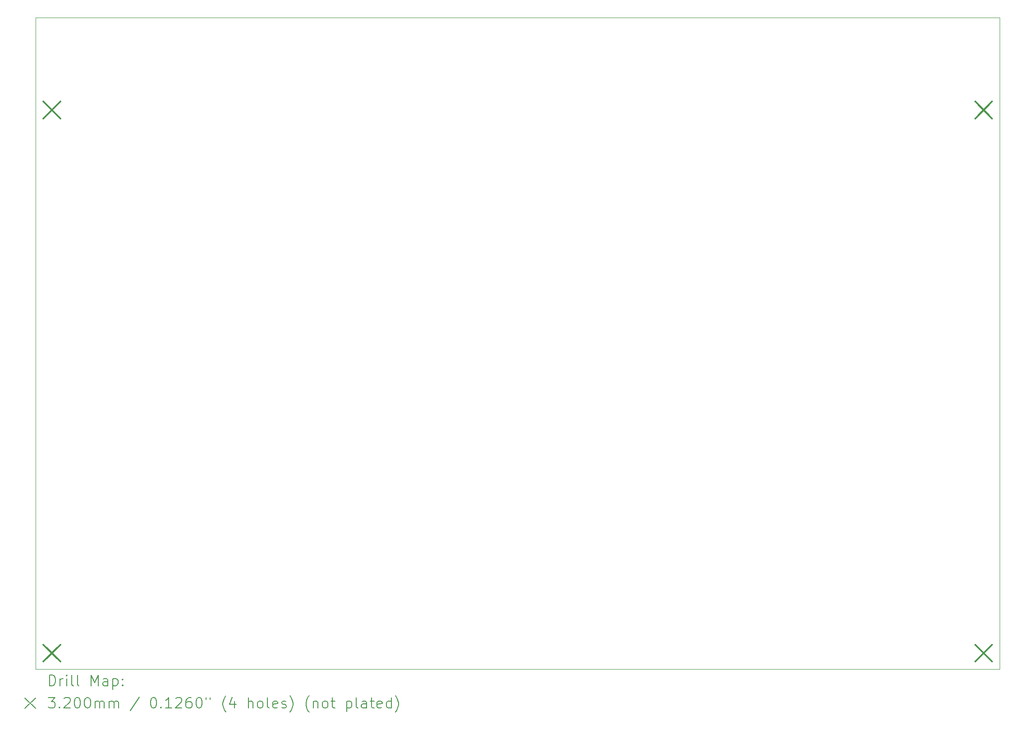
<source format=gbr>
%TF.GenerationSoftware,KiCad,Pcbnew,8.0.9*%
%TF.CreationDate,2025-09-12T11:02:16+02:00*%
%TF.ProjectId,iot_weatherstation_full_vcut,696f745f-7765-4617-9468-657273746174,rev?*%
%TF.SameCoordinates,Original*%
%TF.FileFunction,Drillmap*%
%TF.FilePolarity,Positive*%
%FSLAX45Y45*%
G04 Gerber Fmt 4.5, Leading zero omitted, Abs format (unit mm)*
G04 Created by KiCad (PCBNEW 8.0.9) date 2025-09-12 11:02:16*
%MOMM*%
%LPD*%
G01*
G04 APERTURE LIST*
%ADD10C,0.050000*%
%ADD11C,0.200000*%
%ADD12C,0.320000*%
G04 APERTURE END LIST*
D10*
X12931140Y-22804040D02*
X31031140Y-22804040D01*
X31031438Y-10573774D02*
X12931438Y-10573774D01*
X31031140Y-22804040D02*
X31031438Y-10573774D01*
X12931438Y-10573774D02*
X12931140Y-22804040D01*
D11*
D12*
X13071000Y-12147000D02*
X13391000Y-12467000D01*
X13391000Y-12147000D02*
X13071000Y-12467000D01*
X13071000Y-22347000D02*
X13391000Y-22667000D01*
X13391000Y-22347000D02*
X13071000Y-22667000D01*
X30571000Y-12147000D02*
X30891000Y-12467000D01*
X30891000Y-12147000D02*
X30571000Y-12467000D01*
X30571000Y-22347000D02*
X30891000Y-22667000D01*
X30891000Y-22347000D02*
X30571000Y-22667000D01*
D11*
X13189417Y-23118024D02*
X13189417Y-22918024D01*
X13189417Y-22918024D02*
X13237036Y-22918024D01*
X13237036Y-22918024D02*
X13265607Y-22927548D01*
X13265607Y-22927548D02*
X13284655Y-22946595D01*
X13284655Y-22946595D02*
X13294179Y-22965643D01*
X13294179Y-22965643D02*
X13303702Y-23003738D01*
X13303702Y-23003738D02*
X13303702Y-23032309D01*
X13303702Y-23032309D02*
X13294179Y-23070405D01*
X13294179Y-23070405D02*
X13284655Y-23089452D01*
X13284655Y-23089452D02*
X13265607Y-23108500D01*
X13265607Y-23108500D02*
X13237036Y-23118024D01*
X13237036Y-23118024D02*
X13189417Y-23118024D01*
X13389417Y-23118024D02*
X13389417Y-22984690D01*
X13389417Y-23022786D02*
X13398941Y-23003738D01*
X13398941Y-23003738D02*
X13408464Y-22994214D01*
X13408464Y-22994214D02*
X13427512Y-22984690D01*
X13427512Y-22984690D02*
X13446560Y-22984690D01*
X13513226Y-23118024D02*
X13513226Y-22984690D01*
X13513226Y-22918024D02*
X13503702Y-22927548D01*
X13503702Y-22927548D02*
X13513226Y-22937071D01*
X13513226Y-22937071D02*
X13522750Y-22927548D01*
X13522750Y-22927548D02*
X13513226Y-22918024D01*
X13513226Y-22918024D02*
X13513226Y-22937071D01*
X13637036Y-23118024D02*
X13617988Y-23108500D01*
X13617988Y-23108500D02*
X13608464Y-23089452D01*
X13608464Y-23089452D02*
X13608464Y-22918024D01*
X13741798Y-23118024D02*
X13722750Y-23108500D01*
X13722750Y-23108500D02*
X13713226Y-23089452D01*
X13713226Y-23089452D02*
X13713226Y-22918024D01*
X13970369Y-23118024D02*
X13970369Y-22918024D01*
X13970369Y-22918024D02*
X14037036Y-23060881D01*
X14037036Y-23060881D02*
X14103702Y-22918024D01*
X14103702Y-22918024D02*
X14103702Y-23118024D01*
X14284655Y-23118024D02*
X14284655Y-23013262D01*
X14284655Y-23013262D02*
X14275131Y-22994214D01*
X14275131Y-22994214D02*
X14256083Y-22984690D01*
X14256083Y-22984690D02*
X14217988Y-22984690D01*
X14217988Y-22984690D02*
X14198941Y-22994214D01*
X14284655Y-23108500D02*
X14265607Y-23118024D01*
X14265607Y-23118024D02*
X14217988Y-23118024D01*
X14217988Y-23118024D02*
X14198941Y-23108500D01*
X14198941Y-23108500D02*
X14189417Y-23089452D01*
X14189417Y-23089452D02*
X14189417Y-23070405D01*
X14189417Y-23070405D02*
X14198941Y-23051357D01*
X14198941Y-23051357D02*
X14217988Y-23041833D01*
X14217988Y-23041833D02*
X14265607Y-23041833D01*
X14265607Y-23041833D02*
X14284655Y-23032309D01*
X14379893Y-22984690D02*
X14379893Y-23184690D01*
X14379893Y-22994214D02*
X14398941Y-22984690D01*
X14398941Y-22984690D02*
X14437036Y-22984690D01*
X14437036Y-22984690D02*
X14456083Y-22994214D01*
X14456083Y-22994214D02*
X14465607Y-23003738D01*
X14465607Y-23003738D02*
X14475131Y-23022786D01*
X14475131Y-23022786D02*
X14475131Y-23079928D01*
X14475131Y-23079928D02*
X14465607Y-23098976D01*
X14465607Y-23098976D02*
X14456083Y-23108500D01*
X14456083Y-23108500D02*
X14437036Y-23118024D01*
X14437036Y-23118024D02*
X14398941Y-23118024D01*
X14398941Y-23118024D02*
X14379893Y-23108500D01*
X14560845Y-23098976D02*
X14570369Y-23108500D01*
X14570369Y-23108500D02*
X14560845Y-23118024D01*
X14560845Y-23118024D02*
X14551322Y-23108500D01*
X14551322Y-23108500D02*
X14560845Y-23098976D01*
X14560845Y-23098976D02*
X14560845Y-23118024D01*
X14560845Y-22994214D02*
X14570369Y-23003738D01*
X14570369Y-23003738D02*
X14560845Y-23013262D01*
X14560845Y-23013262D02*
X14551322Y-23003738D01*
X14551322Y-23003738D02*
X14560845Y-22994214D01*
X14560845Y-22994214D02*
X14560845Y-23013262D01*
X12728640Y-23346540D02*
X12928640Y-23546540D01*
X12928640Y-23346540D02*
X12728640Y-23546540D01*
X13170369Y-23338024D02*
X13294179Y-23338024D01*
X13294179Y-23338024D02*
X13227512Y-23414214D01*
X13227512Y-23414214D02*
X13256083Y-23414214D01*
X13256083Y-23414214D02*
X13275131Y-23423738D01*
X13275131Y-23423738D02*
X13284655Y-23433262D01*
X13284655Y-23433262D02*
X13294179Y-23452309D01*
X13294179Y-23452309D02*
X13294179Y-23499928D01*
X13294179Y-23499928D02*
X13284655Y-23518976D01*
X13284655Y-23518976D02*
X13275131Y-23528500D01*
X13275131Y-23528500D02*
X13256083Y-23538024D01*
X13256083Y-23538024D02*
X13198941Y-23538024D01*
X13198941Y-23538024D02*
X13179893Y-23528500D01*
X13179893Y-23528500D02*
X13170369Y-23518976D01*
X13379893Y-23518976D02*
X13389417Y-23528500D01*
X13389417Y-23528500D02*
X13379893Y-23538024D01*
X13379893Y-23538024D02*
X13370369Y-23528500D01*
X13370369Y-23528500D02*
X13379893Y-23518976D01*
X13379893Y-23518976D02*
X13379893Y-23538024D01*
X13465607Y-23357071D02*
X13475131Y-23347548D01*
X13475131Y-23347548D02*
X13494179Y-23338024D01*
X13494179Y-23338024D02*
X13541798Y-23338024D01*
X13541798Y-23338024D02*
X13560845Y-23347548D01*
X13560845Y-23347548D02*
X13570369Y-23357071D01*
X13570369Y-23357071D02*
X13579893Y-23376119D01*
X13579893Y-23376119D02*
X13579893Y-23395167D01*
X13579893Y-23395167D02*
X13570369Y-23423738D01*
X13570369Y-23423738D02*
X13456083Y-23538024D01*
X13456083Y-23538024D02*
X13579893Y-23538024D01*
X13703702Y-23338024D02*
X13722750Y-23338024D01*
X13722750Y-23338024D02*
X13741798Y-23347548D01*
X13741798Y-23347548D02*
X13751322Y-23357071D01*
X13751322Y-23357071D02*
X13760845Y-23376119D01*
X13760845Y-23376119D02*
X13770369Y-23414214D01*
X13770369Y-23414214D02*
X13770369Y-23461833D01*
X13770369Y-23461833D02*
X13760845Y-23499928D01*
X13760845Y-23499928D02*
X13751322Y-23518976D01*
X13751322Y-23518976D02*
X13741798Y-23528500D01*
X13741798Y-23528500D02*
X13722750Y-23538024D01*
X13722750Y-23538024D02*
X13703702Y-23538024D01*
X13703702Y-23538024D02*
X13684655Y-23528500D01*
X13684655Y-23528500D02*
X13675131Y-23518976D01*
X13675131Y-23518976D02*
X13665607Y-23499928D01*
X13665607Y-23499928D02*
X13656083Y-23461833D01*
X13656083Y-23461833D02*
X13656083Y-23414214D01*
X13656083Y-23414214D02*
X13665607Y-23376119D01*
X13665607Y-23376119D02*
X13675131Y-23357071D01*
X13675131Y-23357071D02*
X13684655Y-23347548D01*
X13684655Y-23347548D02*
X13703702Y-23338024D01*
X13894179Y-23338024D02*
X13913226Y-23338024D01*
X13913226Y-23338024D02*
X13932274Y-23347548D01*
X13932274Y-23347548D02*
X13941798Y-23357071D01*
X13941798Y-23357071D02*
X13951322Y-23376119D01*
X13951322Y-23376119D02*
X13960845Y-23414214D01*
X13960845Y-23414214D02*
X13960845Y-23461833D01*
X13960845Y-23461833D02*
X13951322Y-23499928D01*
X13951322Y-23499928D02*
X13941798Y-23518976D01*
X13941798Y-23518976D02*
X13932274Y-23528500D01*
X13932274Y-23528500D02*
X13913226Y-23538024D01*
X13913226Y-23538024D02*
X13894179Y-23538024D01*
X13894179Y-23538024D02*
X13875131Y-23528500D01*
X13875131Y-23528500D02*
X13865607Y-23518976D01*
X13865607Y-23518976D02*
X13856083Y-23499928D01*
X13856083Y-23499928D02*
X13846560Y-23461833D01*
X13846560Y-23461833D02*
X13846560Y-23414214D01*
X13846560Y-23414214D02*
X13856083Y-23376119D01*
X13856083Y-23376119D02*
X13865607Y-23357071D01*
X13865607Y-23357071D02*
X13875131Y-23347548D01*
X13875131Y-23347548D02*
X13894179Y-23338024D01*
X14046560Y-23538024D02*
X14046560Y-23404690D01*
X14046560Y-23423738D02*
X14056083Y-23414214D01*
X14056083Y-23414214D02*
X14075131Y-23404690D01*
X14075131Y-23404690D02*
X14103703Y-23404690D01*
X14103703Y-23404690D02*
X14122750Y-23414214D01*
X14122750Y-23414214D02*
X14132274Y-23433262D01*
X14132274Y-23433262D02*
X14132274Y-23538024D01*
X14132274Y-23433262D02*
X14141798Y-23414214D01*
X14141798Y-23414214D02*
X14160845Y-23404690D01*
X14160845Y-23404690D02*
X14189417Y-23404690D01*
X14189417Y-23404690D02*
X14208464Y-23414214D01*
X14208464Y-23414214D02*
X14217988Y-23433262D01*
X14217988Y-23433262D02*
X14217988Y-23538024D01*
X14313226Y-23538024D02*
X14313226Y-23404690D01*
X14313226Y-23423738D02*
X14322750Y-23414214D01*
X14322750Y-23414214D02*
X14341798Y-23404690D01*
X14341798Y-23404690D02*
X14370369Y-23404690D01*
X14370369Y-23404690D02*
X14389417Y-23414214D01*
X14389417Y-23414214D02*
X14398941Y-23433262D01*
X14398941Y-23433262D02*
X14398941Y-23538024D01*
X14398941Y-23433262D02*
X14408464Y-23414214D01*
X14408464Y-23414214D02*
X14427512Y-23404690D01*
X14427512Y-23404690D02*
X14456083Y-23404690D01*
X14456083Y-23404690D02*
X14475131Y-23414214D01*
X14475131Y-23414214D02*
X14484655Y-23433262D01*
X14484655Y-23433262D02*
X14484655Y-23538024D01*
X14875131Y-23328500D02*
X14703703Y-23585643D01*
X15132274Y-23338024D02*
X15151322Y-23338024D01*
X15151322Y-23338024D02*
X15170369Y-23347548D01*
X15170369Y-23347548D02*
X15179893Y-23357071D01*
X15179893Y-23357071D02*
X15189417Y-23376119D01*
X15189417Y-23376119D02*
X15198941Y-23414214D01*
X15198941Y-23414214D02*
X15198941Y-23461833D01*
X15198941Y-23461833D02*
X15189417Y-23499928D01*
X15189417Y-23499928D02*
X15179893Y-23518976D01*
X15179893Y-23518976D02*
X15170369Y-23528500D01*
X15170369Y-23528500D02*
X15151322Y-23538024D01*
X15151322Y-23538024D02*
X15132274Y-23538024D01*
X15132274Y-23538024D02*
X15113226Y-23528500D01*
X15113226Y-23528500D02*
X15103703Y-23518976D01*
X15103703Y-23518976D02*
X15094179Y-23499928D01*
X15094179Y-23499928D02*
X15084655Y-23461833D01*
X15084655Y-23461833D02*
X15084655Y-23414214D01*
X15084655Y-23414214D02*
X15094179Y-23376119D01*
X15094179Y-23376119D02*
X15103703Y-23357071D01*
X15103703Y-23357071D02*
X15113226Y-23347548D01*
X15113226Y-23347548D02*
X15132274Y-23338024D01*
X15284655Y-23518976D02*
X15294179Y-23528500D01*
X15294179Y-23528500D02*
X15284655Y-23538024D01*
X15284655Y-23538024D02*
X15275131Y-23528500D01*
X15275131Y-23528500D02*
X15284655Y-23518976D01*
X15284655Y-23518976D02*
X15284655Y-23538024D01*
X15484655Y-23538024D02*
X15370369Y-23538024D01*
X15427512Y-23538024D02*
X15427512Y-23338024D01*
X15427512Y-23338024D02*
X15408465Y-23366595D01*
X15408465Y-23366595D02*
X15389417Y-23385643D01*
X15389417Y-23385643D02*
X15370369Y-23395167D01*
X15560846Y-23357071D02*
X15570369Y-23347548D01*
X15570369Y-23347548D02*
X15589417Y-23338024D01*
X15589417Y-23338024D02*
X15637036Y-23338024D01*
X15637036Y-23338024D02*
X15656084Y-23347548D01*
X15656084Y-23347548D02*
X15665607Y-23357071D01*
X15665607Y-23357071D02*
X15675131Y-23376119D01*
X15675131Y-23376119D02*
X15675131Y-23395167D01*
X15675131Y-23395167D02*
X15665607Y-23423738D01*
X15665607Y-23423738D02*
X15551322Y-23538024D01*
X15551322Y-23538024D02*
X15675131Y-23538024D01*
X15846560Y-23338024D02*
X15808465Y-23338024D01*
X15808465Y-23338024D02*
X15789417Y-23347548D01*
X15789417Y-23347548D02*
X15779893Y-23357071D01*
X15779893Y-23357071D02*
X15760846Y-23385643D01*
X15760846Y-23385643D02*
X15751322Y-23423738D01*
X15751322Y-23423738D02*
X15751322Y-23499928D01*
X15751322Y-23499928D02*
X15760846Y-23518976D01*
X15760846Y-23518976D02*
X15770369Y-23528500D01*
X15770369Y-23528500D02*
X15789417Y-23538024D01*
X15789417Y-23538024D02*
X15827512Y-23538024D01*
X15827512Y-23538024D02*
X15846560Y-23528500D01*
X15846560Y-23528500D02*
X15856084Y-23518976D01*
X15856084Y-23518976D02*
X15865607Y-23499928D01*
X15865607Y-23499928D02*
X15865607Y-23452309D01*
X15865607Y-23452309D02*
X15856084Y-23433262D01*
X15856084Y-23433262D02*
X15846560Y-23423738D01*
X15846560Y-23423738D02*
X15827512Y-23414214D01*
X15827512Y-23414214D02*
X15789417Y-23414214D01*
X15789417Y-23414214D02*
X15770369Y-23423738D01*
X15770369Y-23423738D02*
X15760846Y-23433262D01*
X15760846Y-23433262D02*
X15751322Y-23452309D01*
X15989417Y-23338024D02*
X16008465Y-23338024D01*
X16008465Y-23338024D02*
X16027512Y-23347548D01*
X16027512Y-23347548D02*
X16037036Y-23357071D01*
X16037036Y-23357071D02*
X16046560Y-23376119D01*
X16046560Y-23376119D02*
X16056084Y-23414214D01*
X16056084Y-23414214D02*
X16056084Y-23461833D01*
X16056084Y-23461833D02*
X16046560Y-23499928D01*
X16046560Y-23499928D02*
X16037036Y-23518976D01*
X16037036Y-23518976D02*
X16027512Y-23528500D01*
X16027512Y-23528500D02*
X16008465Y-23538024D01*
X16008465Y-23538024D02*
X15989417Y-23538024D01*
X15989417Y-23538024D02*
X15970369Y-23528500D01*
X15970369Y-23528500D02*
X15960846Y-23518976D01*
X15960846Y-23518976D02*
X15951322Y-23499928D01*
X15951322Y-23499928D02*
X15941798Y-23461833D01*
X15941798Y-23461833D02*
X15941798Y-23414214D01*
X15941798Y-23414214D02*
X15951322Y-23376119D01*
X15951322Y-23376119D02*
X15960846Y-23357071D01*
X15960846Y-23357071D02*
X15970369Y-23347548D01*
X15970369Y-23347548D02*
X15989417Y-23338024D01*
X16132274Y-23338024D02*
X16132274Y-23376119D01*
X16208465Y-23338024D02*
X16208465Y-23376119D01*
X16503703Y-23614214D02*
X16494179Y-23604690D01*
X16494179Y-23604690D02*
X16475131Y-23576119D01*
X16475131Y-23576119D02*
X16465608Y-23557071D01*
X16465608Y-23557071D02*
X16456084Y-23528500D01*
X16456084Y-23528500D02*
X16446560Y-23480881D01*
X16446560Y-23480881D02*
X16446560Y-23442786D01*
X16446560Y-23442786D02*
X16456084Y-23395167D01*
X16456084Y-23395167D02*
X16465608Y-23366595D01*
X16465608Y-23366595D02*
X16475131Y-23347548D01*
X16475131Y-23347548D02*
X16494179Y-23318976D01*
X16494179Y-23318976D02*
X16503703Y-23309452D01*
X16665608Y-23404690D02*
X16665608Y-23538024D01*
X16617988Y-23328500D02*
X16570369Y-23471357D01*
X16570369Y-23471357D02*
X16694179Y-23471357D01*
X16922751Y-23538024D02*
X16922751Y-23338024D01*
X17008465Y-23538024D02*
X17008465Y-23433262D01*
X17008465Y-23433262D02*
X16998941Y-23414214D01*
X16998941Y-23414214D02*
X16979893Y-23404690D01*
X16979893Y-23404690D02*
X16951322Y-23404690D01*
X16951322Y-23404690D02*
X16932274Y-23414214D01*
X16932274Y-23414214D02*
X16922751Y-23423738D01*
X17132274Y-23538024D02*
X17113227Y-23528500D01*
X17113227Y-23528500D02*
X17103703Y-23518976D01*
X17103703Y-23518976D02*
X17094179Y-23499928D01*
X17094179Y-23499928D02*
X17094179Y-23442786D01*
X17094179Y-23442786D02*
X17103703Y-23423738D01*
X17103703Y-23423738D02*
X17113227Y-23414214D01*
X17113227Y-23414214D02*
X17132274Y-23404690D01*
X17132274Y-23404690D02*
X17160846Y-23404690D01*
X17160846Y-23404690D02*
X17179893Y-23414214D01*
X17179893Y-23414214D02*
X17189417Y-23423738D01*
X17189417Y-23423738D02*
X17198941Y-23442786D01*
X17198941Y-23442786D02*
X17198941Y-23499928D01*
X17198941Y-23499928D02*
X17189417Y-23518976D01*
X17189417Y-23518976D02*
X17179893Y-23528500D01*
X17179893Y-23528500D02*
X17160846Y-23538024D01*
X17160846Y-23538024D02*
X17132274Y-23538024D01*
X17313227Y-23538024D02*
X17294179Y-23528500D01*
X17294179Y-23528500D02*
X17284655Y-23509452D01*
X17284655Y-23509452D02*
X17284655Y-23338024D01*
X17465608Y-23528500D02*
X17446560Y-23538024D01*
X17446560Y-23538024D02*
X17408465Y-23538024D01*
X17408465Y-23538024D02*
X17389417Y-23528500D01*
X17389417Y-23528500D02*
X17379893Y-23509452D01*
X17379893Y-23509452D02*
X17379893Y-23433262D01*
X17379893Y-23433262D02*
X17389417Y-23414214D01*
X17389417Y-23414214D02*
X17408465Y-23404690D01*
X17408465Y-23404690D02*
X17446560Y-23404690D01*
X17446560Y-23404690D02*
X17465608Y-23414214D01*
X17465608Y-23414214D02*
X17475132Y-23433262D01*
X17475132Y-23433262D02*
X17475132Y-23452309D01*
X17475132Y-23452309D02*
X17379893Y-23471357D01*
X17551322Y-23528500D02*
X17570370Y-23538024D01*
X17570370Y-23538024D02*
X17608465Y-23538024D01*
X17608465Y-23538024D02*
X17627513Y-23528500D01*
X17627513Y-23528500D02*
X17637036Y-23509452D01*
X17637036Y-23509452D02*
X17637036Y-23499928D01*
X17637036Y-23499928D02*
X17627513Y-23480881D01*
X17627513Y-23480881D02*
X17608465Y-23471357D01*
X17608465Y-23471357D02*
X17579893Y-23471357D01*
X17579893Y-23471357D02*
X17560846Y-23461833D01*
X17560846Y-23461833D02*
X17551322Y-23442786D01*
X17551322Y-23442786D02*
X17551322Y-23433262D01*
X17551322Y-23433262D02*
X17560846Y-23414214D01*
X17560846Y-23414214D02*
X17579893Y-23404690D01*
X17579893Y-23404690D02*
X17608465Y-23404690D01*
X17608465Y-23404690D02*
X17627513Y-23414214D01*
X17703703Y-23614214D02*
X17713227Y-23604690D01*
X17713227Y-23604690D02*
X17732274Y-23576119D01*
X17732274Y-23576119D02*
X17741798Y-23557071D01*
X17741798Y-23557071D02*
X17751322Y-23528500D01*
X17751322Y-23528500D02*
X17760846Y-23480881D01*
X17760846Y-23480881D02*
X17760846Y-23442786D01*
X17760846Y-23442786D02*
X17751322Y-23395167D01*
X17751322Y-23395167D02*
X17741798Y-23366595D01*
X17741798Y-23366595D02*
X17732274Y-23347548D01*
X17732274Y-23347548D02*
X17713227Y-23318976D01*
X17713227Y-23318976D02*
X17703703Y-23309452D01*
X18065608Y-23614214D02*
X18056084Y-23604690D01*
X18056084Y-23604690D02*
X18037036Y-23576119D01*
X18037036Y-23576119D02*
X18027513Y-23557071D01*
X18027513Y-23557071D02*
X18017989Y-23528500D01*
X18017989Y-23528500D02*
X18008465Y-23480881D01*
X18008465Y-23480881D02*
X18008465Y-23442786D01*
X18008465Y-23442786D02*
X18017989Y-23395167D01*
X18017989Y-23395167D02*
X18027513Y-23366595D01*
X18027513Y-23366595D02*
X18037036Y-23347548D01*
X18037036Y-23347548D02*
X18056084Y-23318976D01*
X18056084Y-23318976D02*
X18065608Y-23309452D01*
X18141798Y-23404690D02*
X18141798Y-23538024D01*
X18141798Y-23423738D02*
X18151322Y-23414214D01*
X18151322Y-23414214D02*
X18170370Y-23404690D01*
X18170370Y-23404690D02*
X18198941Y-23404690D01*
X18198941Y-23404690D02*
X18217989Y-23414214D01*
X18217989Y-23414214D02*
X18227513Y-23433262D01*
X18227513Y-23433262D02*
X18227513Y-23538024D01*
X18351322Y-23538024D02*
X18332274Y-23528500D01*
X18332274Y-23528500D02*
X18322751Y-23518976D01*
X18322751Y-23518976D02*
X18313227Y-23499928D01*
X18313227Y-23499928D02*
X18313227Y-23442786D01*
X18313227Y-23442786D02*
X18322751Y-23423738D01*
X18322751Y-23423738D02*
X18332274Y-23414214D01*
X18332274Y-23414214D02*
X18351322Y-23404690D01*
X18351322Y-23404690D02*
X18379894Y-23404690D01*
X18379894Y-23404690D02*
X18398941Y-23414214D01*
X18398941Y-23414214D02*
X18408465Y-23423738D01*
X18408465Y-23423738D02*
X18417989Y-23442786D01*
X18417989Y-23442786D02*
X18417989Y-23499928D01*
X18417989Y-23499928D02*
X18408465Y-23518976D01*
X18408465Y-23518976D02*
X18398941Y-23528500D01*
X18398941Y-23528500D02*
X18379894Y-23538024D01*
X18379894Y-23538024D02*
X18351322Y-23538024D01*
X18475132Y-23404690D02*
X18551322Y-23404690D01*
X18503703Y-23338024D02*
X18503703Y-23509452D01*
X18503703Y-23509452D02*
X18513227Y-23528500D01*
X18513227Y-23528500D02*
X18532274Y-23538024D01*
X18532274Y-23538024D02*
X18551322Y-23538024D01*
X18770370Y-23404690D02*
X18770370Y-23604690D01*
X18770370Y-23414214D02*
X18789417Y-23404690D01*
X18789417Y-23404690D02*
X18827513Y-23404690D01*
X18827513Y-23404690D02*
X18846560Y-23414214D01*
X18846560Y-23414214D02*
X18856084Y-23423738D01*
X18856084Y-23423738D02*
X18865608Y-23442786D01*
X18865608Y-23442786D02*
X18865608Y-23499928D01*
X18865608Y-23499928D02*
X18856084Y-23518976D01*
X18856084Y-23518976D02*
X18846560Y-23528500D01*
X18846560Y-23528500D02*
X18827513Y-23538024D01*
X18827513Y-23538024D02*
X18789417Y-23538024D01*
X18789417Y-23538024D02*
X18770370Y-23528500D01*
X18979894Y-23538024D02*
X18960846Y-23528500D01*
X18960846Y-23528500D02*
X18951322Y-23509452D01*
X18951322Y-23509452D02*
X18951322Y-23338024D01*
X19141798Y-23538024D02*
X19141798Y-23433262D01*
X19141798Y-23433262D02*
X19132275Y-23414214D01*
X19132275Y-23414214D02*
X19113227Y-23404690D01*
X19113227Y-23404690D02*
X19075132Y-23404690D01*
X19075132Y-23404690D02*
X19056084Y-23414214D01*
X19141798Y-23528500D02*
X19122751Y-23538024D01*
X19122751Y-23538024D02*
X19075132Y-23538024D01*
X19075132Y-23538024D02*
X19056084Y-23528500D01*
X19056084Y-23528500D02*
X19046560Y-23509452D01*
X19046560Y-23509452D02*
X19046560Y-23490405D01*
X19046560Y-23490405D02*
X19056084Y-23471357D01*
X19056084Y-23471357D02*
X19075132Y-23461833D01*
X19075132Y-23461833D02*
X19122751Y-23461833D01*
X19122751Y-23461833D02*
X19141798Y-23452309D01*
X19208465Y-23404690D02*
X19284655Y-23404690D01*
X19237036Y-23338024D02*
X19237036Y-23509452D01*
X19237036Y-23509452D02*
X19246560Y-23528500D01*
X19246560Y-23528500D02*
X19265608Y-23538024D01*
X19265608Y-23538024D02*
X19284655Y-23538024D01*
X19427513Y-23528500D02*
X19408465Y-23538024D01*
X19408465Y-23538024D02*
X19370370Y-23538024D01*
X19370370Y-23538024D02*
X19351322Y-23528500D01*
X19351322Y-23528500D02*
X19341798Y-23509452D01*
X19341798Y-23509452D02*
X19341798Y-23433262D01*
X19341798Y-23433262D02*
X19351322Y-23414214D01*
X19351322Y-23414214D02*
X19370370Y-23404690D01*
X19370370Y-23404690D02*
X19408465Y-23404690D01*
X19408465Y-23404690D02*
X19427513Y-23414214D01*
X19427513Y-23414214D02*
X19437036Y-23433262D01*
X19437036Y-23433262D02*
X19437036Y-23452309D01*
X19437036Y-23452309D02*
X19341798Y-23471357D01*
X19608465Y-23538024D02*
X19608465Y-23338024D01*
X19608465Y-23528500D02*
X19589417Y-23538024D01*
X19589417Y-23538024D02*
X19551322Y-23538024D01*
X19551322Y-23538024D02*
X19532275Y-23528500D01*
X19532275Y-23528500D02*
X19522751Y-23518976D01*
X19522751Y-23518976D02*
X19513227Y-23499928D01*
X19513227Y-23499928D02*
X19513227Y-23442786D01*
X19513227Y-23442786D02*
X19522751Y-23423738D01*
X19522751Y-23423738D02*
X19532275Y-23414214D01*
X19532275Y-23414214D02*
X19551322Y-23404690D01*
X19551322Y-23404690D02*
X19589417Y-23404690D01*
X19589417Y-23404690D02*
X19608465Y-23414214D01*
X19684656Y-23614214D02*
X19694179Y-23604690D01*
X19694179Y-23604690D02*
X19713227Y-23576119D01*
X19713227Y-23576119D02*
X19722751Y-23557071D01*
X19722751Y-23557071D02*
X19732275Y-23528500D01*
X19732275Y-23528500D02*
X19741798Y-23480881D01*
X19741798Y-23480881D02*
X19741798Y-23442786D01*
X19741798Y-23442786D02*
X19732275Y-23395167D01*
X19732275Y-23395167D02*
X19722751Y-23366595D01*
X19722751Y-23366595D02*
X19713227Y-23347548D01*
X19713227Y-23347548D02*
X19694179Y-23318976D01*
X19694179Y-23318976D02*
X19684656Y-23309452D01*
M02*

</source>
